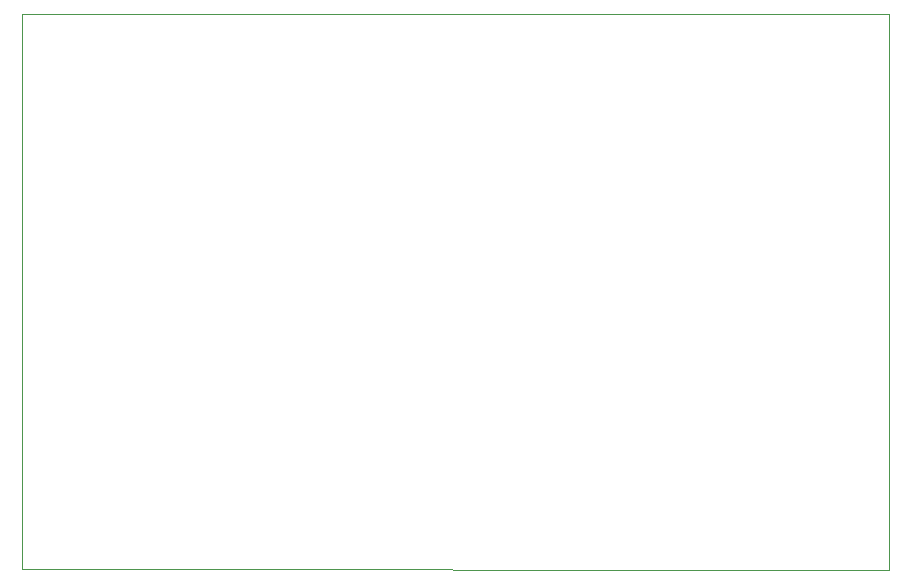
<source format=gko>
G04 #@! TF.GenerationSoftware,KiCad,Pcbnew,6.0.0-rc1-unknown-170ff66~66~ubuntu18.10.1*
G04 #@! TF.CreationDate,2019-01-13T15:31:38-08:00
G04 #@! TF.ProjectId,EExtruder,45457874-7275-4646-9572-2e6b69636164,rev?*
G04 #@! TF.SameCoordinates,Original*
G04 #@! TF.FileFunction,Profile,NP*
%FSLAX46Y46*%
G04 Gerber Fmt 4.6, Leading zero omitted, Abs format (unit mm)*
G04 Created by KiCad (PCBNEW 6.0.0-rc1-unknown-170ff66~66~ubuntu18.10.1) date Sun 13 Jan 2019 03:31:38 PM PST*
%MOMM*%
%LPD*%
G04 APERTURE LIST*
%ADD10C,0.050000*%
G04 APERTURE END LIST*
D10*
X127952500Y-130175000D02*
X127952500Y-83121500D01*
X201400000Y-130200000D02*
X127952500Y-130175000D01*
X201400000Y-83121500D02*
X201400000Y-130175000D01*
X127952500Y-83121500D02*
X201400000Y-83121500D01*
M02*

</source>
